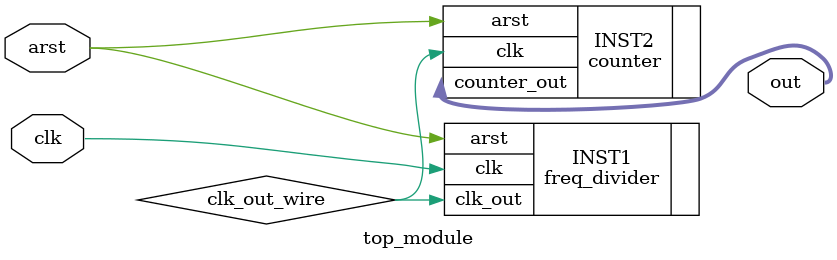
<source format=v>
`timescale 1ns / 1ps

module top_module(
input clk,arst,
output [3:0]out
    );
    
 wire clk_out_wire;
 
 // Frequency divider instance
 freq_divider INST1(.clk(clk),.arst(arst),.clk_out(clk_out_wire));
 
 // counter instance
 counter INST2(.clk(clk_out_wire),.arst(arst),.counter_out(out));

endmodule
</source>
